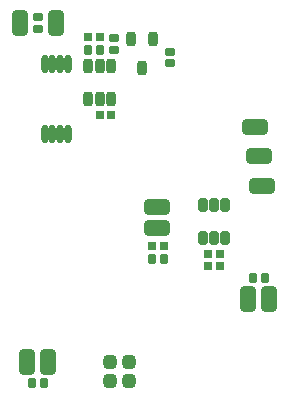
<source format=gts>
G04*
G04 #@! TF.GenerationSoftware,Altium Limited,Altium Designer,20.0.13 (296)*
G04*
G04 Layer_Color=8388736*
%FSLAX25Y25*%
%MOIN*%
G70*
G01*
G75*
G04:AMPARAMS|DCode=23|XSize=29.65mil|YSize=29.65mil|CornerRadius=9.41mil|HoleSize=0mil|Usage=FLASHONLY|Rotation=180.000|XOffset=0mil|YOffset=0mil|HoleType=Round|Shape=RoundedRectangle|*
%AMROUNDEDRECTD23*
21,1,0.02965,0.01083,0,0,180.0*
21,1,0.01083,0.02965,0,0,180.0*
1,1,0.01883,-0.00541,0.00541*
1,1,0.01883,0.00541,0.00541*
1,1,0.01883,0.00541,-0.00541*
1,1,0.01883,-0.00541,-0.00541*
%
%ADD23ROUNDEDRECTD23*%
G04:AMPARAMS|DCode=24|XSize=33.59mil|YSize=29.65mil|CornerRadius=9.41mil|HoleSize=0mil|Usage=FLASHONLY|Rotation=270.000|XOffset=0mil|YOffset=0mil|HoleType=Round|Shape=RoundedRectangle|*
%AMROUNDEDRECTD24*
21,1,0.03359,0.01083,0,0,270.0*
21,1,0.01476,0.02965,0,0,270.0*
1,1,0.01883,-0.00541,-0.00738*
1,1,0.01883,-0.00541,0.00738*
1,1,0.01883,0.00541,0.00738*
1,1,0.01883,0.00541,-0.00738*
%
%ADD24ROUNDEDRECTD24*%
G04:AMPARAMS|DCode=25|XSize=29.65mil|YSize=29.65mil|CornerRadius=9.41mil|HoleSize=0mil|Usage=FLASHONLY|Rotation=270.000|XOffset=0mil|YOffset=0mil|HoleType=Round|Shape=RoundedRectangle|*
%AMROUNDEDRECTD25*
21,1,0.02965,0.01083,0,0,270.0*
21,1,0.01083,0.02965,0,0,270.0*
1,1,0.01883,-0.00541,-0.00541*
1,1,0.01883,-0.00541,0.00541*
1,1,0.01883,0.00541,0.00541*
1,1,0.01883,0.00541,-0.00541*
%
%ADD25ROUNDEDRECTD25*%
G04:AMPARAMS|DCode=26|XSize=33.59mil|YSize=45.4mil|CornerRadius=10.4mil|HoleSize=0mil|Usage=FLASHONLY|Rotation=0.000|XOffset=0mil|YOffset=0mil|HoleType=Round|Shape=RoundedRectangle|*
%AMROUNDEDRECTD26*
21,1,0.03359,0.02461,0,0,0.0*
21,1,0.01280,0.04540,0,0,0.0*
1,1,0.02080,0.00640,-0.01230*
1,1,0.02080,-0.00640,-0.01230*
1,1,0.02080,-0.00640,0.01230*
1,1,0.02080,0.00640,0.01230*
%
%ADD26ROUNDEDRECTD26*%
G04:AMPARAMS|DCode=27|XSize=31.62mil|YSize=49.34mil|CornerRadius=9.91mil|HoleSize=0mil|Usage=FLASHONLY|Rotation=180.000|XOffset=0mil|YOffset=0mil|HoleType=Round|Shape=RoundedRectangle|*
%AMROUNDEDRECTD27*
21,1,0.03162,0.02953,0,0,180.0*
21,1,0.01181,0.04934,0,0,180.0*
1,1,0.01981,-0.00591,0.01476*
1,1,0.01981,0.00591,0.01476*
1,1,0.01981,0.00591,-0.01476*
1,1,0.01981,-0.00591,-0.01476*
%
%ADD27ROUNDEDRECTD27*%
G04:AMPARAMS|DCode=28|XSize=43.43mil|YSize=47.37mil|CornerRadius=12.86mil|HoleSize=0mil|Usage=FLASHONLY|Rotation=180.000|XOffset=0mil|YOffset=0mil|HoleType=Round|Shape=RoundedRectangle|*
%AMROUNDEDRECTD28*
21,1,0.04343,0.02165,0,0,180.0*
21,1,0.01772,0.04737,0,0,180.0*
1,1,0.02572,-0.00886,0.01083*
1,1,0.02572,0.00886,0.01083*
1,1,0.02572,0.00886,-0.01083*
1,1,0.02572,-0.00886,-0.01083*
%
%ADD28ROUNDEDRECTD28*%
G04:AMPARAMS|DCode=29|XSize=33.59mil|YSize=29.65mil|CornerRadius=9.41mil|HoleSize=0mil|Usage=FLASHONLY|Rotation=180.000|XOffset=0mil|YOffset=0mil|HoleType=Round|Shape=RoundedRectangle|*
%AMROUNDEDRECTD29*
21,1,0.03359,0.01083,0,0,180.0*
21,1,0.01476,0.02965,0,0,180.0*
1,1,0.01883,-0.00738,0.00541*
1,1,0.01883,0.00738,0.00541*
1,1,0.01883,0.00738,-0.00541*
1,1,0.01883,-0.00738,-0.00541*
%
%ADD29ROUNDEDRECTD29*%
%ADD30O,0.02375X0.06312*%
G04:AMPARAMS|DCode=31|XSize=33.59mil|YSize=47.37mil|CornerRadius=10.4mil|HoleSize=0mil|Usage=FLASHONLY|Rotation=0.000|XOffset=0mil|YOffset=0mil|HoleType=Round|Shape=RoundedRectangle|*
%AMROUNDEDRECTD31*
21,1,0.03359,0.02657,0,0,0.0*
21,1,0.01280,0.04737,0,0,0.0*
1,1,0.02080,0.00640,-0.01329*
1,1,0.02080,-0.00640,-0.01329*
1,1,0.02080,-0.00640,0.01329*
1,1,0.02080,0.00640,0.01329*
%
%ADD31ROUNDEDRECTD31*%
G04:AMPARAMS|DCode=32|XSize=86.74mil|YSize=55.24mil|CornerRadius=15.81mil|HoleSize=0mil|Usage=FLASHONLY|Rotation=180.000|XOffset=0mil|YOffset=0mil|HoleType=Round|Shape=RoundedRectangle|*
%AMROUNDEDRECTD32*
21,1,0.08674,0.02362,0,0,180.0*
21,1,0.05512,0.05524,0,0,180.0*
1,1,0.03162,-0.02756,0.01181*
1,1,0.03162,0.02756,0.01181*
1,1,0.03162,0.02756,-0.01181*
1,1,0.03162,-0.02756,-0.01181*
%
%ADD32ROUNDEDRECTD32*%
G04:AMPARAMS|DCode=33|XSize=86.74mil|YSize=55.24mil|CornerRadius=15.81mil|HoleSize=0mil|Usage=FLASHONLY|Rotation=90.000|XOffset=0mil|YOffset=0mil|HoleType=Round|Shape=RoundedRectangle|*
%AMROUNDEDRECTD33*
21,1,0.08674,0.02362,0,0,90.0*
21,1,0.05512,0.05524,0,0,90.0*
1,1,0.03162,0.01181,0.02756*
1,1,0.03162,0.01181,-0.02756*
1,1,0.03162,-0.01181,-0.02756*
1,1,0.03162,-0.01181,0.02756*
%
%ADD33ROUNDEDRECTD33*%
D23*
X45472Y-10827D02*
D03*
Y-14764D02*
D03*
X49409Y-14764D02*
D03*
Y-10827D02*
D03*
D24*
X30709Y-12598D02*
D03*
X26772D02*
D03*
X9252Y57284D02*
D03*
X5315D02*
D03*
X-9449Y-53937D02*
D03*
X-13386D02*
D03*
X60236Y-18898D02*
D03*
X64173Y-18898D02*
D03*
D25*
X26772Y-8268D02*
D03*
X30709D02*
D03*
X5315Y61614D02*
D03*
X9252D02*
D03*
X9154Y35630D02*
D03*
X13091D02*
D03*
D26*
X50984Y5413D02*
D03*
X47244D02*
D03*
X43504D02*
D03*
Y-5413D02*
D03*
X47244D02*
D03*
X50984D02*
D03*
D27*
X5413Y40846D02*
D03*
X9154D02*
D03*
X12894D02*
D03*
Y51673D02*
D03*
X9154D02*
D03*
X5413D02*
D03*
D28*
X12598Y-46850D02*
D03*
Y-53150D02*
D03*
X18898Y-46850D02*
D03*
Y-53150D02*
D03*
D29*
X-11319Y64173D02*
D03*
Y68110D02*
D03*
X32677Y56595D02*
D03*
Y52658D02*
D03*
X13976Y61221D02*
D03*
Y57284D02*
D03*
D30*
X-1476Y52362D02*
D03*
X-4035D02*
D03*
X-6594D02*
D03*
X-9154D02*
D03*
X-1476Y29134D02*
D03*
X-4035D02*
D03*
X-6594D02*
D03*
X-9154D02*
D03*
D31*
X23327Y51279D02*
D03*
X19587Y60728D02*
D03*
X27067D02*
D03*
D32*
X28346Y4724D02*
D03*
Y-2362D02*
D03*
X61024Y31496D02*
D03*
X62205Y21654D02*
D03*
X63386Y11811D02*
D03*
D33*
X58661Y-25984D02*
D03*
X-7874Y-46850D02*
D03*
X-17224Y66142D02*
D03*
X-14961Y-46850D02*
D03*
X65748Y-25984D02*
D03*
X-5413Y66142D02*
D03*
M02*

</source>
